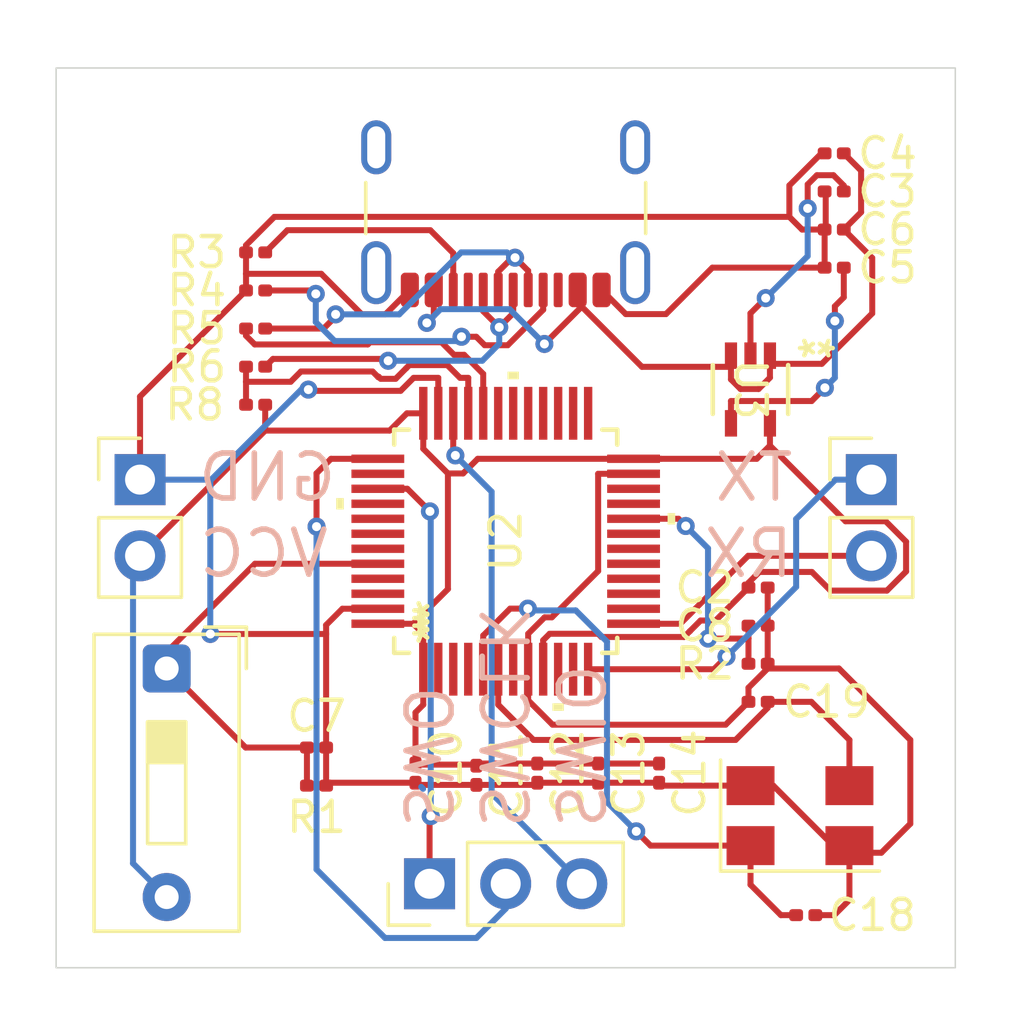
<source format=kicad_pcb>
(kicad_pcb (version 20241229) (generator "pcbnew") (generator_version "9.0")
  (layers (0 "F.Cu" signal) (2 "B.Cu" signal) (13 "F.Paste" user) (15 "B.Paste" user) (5 "F.SilkS" user "F.Silkscreen") (7 "B.SilkS" user "B.Silkscreen") (1 "F.Mask" user) (3 "B.Mask" user) (25 "Edge.Cuts" user))
  (net 0 "")
  (net 1 "+3.3V")
  (net 2 "GND")
  (net 3 "Net-(U3-GND)")
  (net 4 "+5V")
  (net 5 "Net-(U3-BP)")
  (net 6 "BOOT0")
  (net 7 "BOOT1")
  (net 8 "NRST")
  (net 9 "Net-(J2-D--PadA7)")
  (net 10 "/CC1")
  (net 11 "Net-(J2-D+-PadA6)")
  (net 14 "/CC2")
  (net 15 "PA11")
  (net 16 "PA12")
  (net 17 "PA4")
  (net 18 "OSCIN")
  (net 19 "PA7")
  (net 20 "OSCOUT")
  (net 21 "PA3")
  (net 22 "PC14")
  (net 23 "PA8")
  (net 24 "PC15")
  (net 25 "PA1")
  (net 26 "PB3")
  (net 27 "PA6")
  (net 32 "PA13")
  (net 33 "PA14")
  (net 34 "PA15")
  (net 35 "PA5")
  (net 36 "PA10")
  (net 37 "PA9")
  (net 38 "PA2")
  (net 39 "PA0")
  (net 40 "PB15")
  (net 41 "PB13")
  (net 42 "PB14")
  (net 43 "PB0")
  (net 44 "PB5")
  (net 45 "PB1")
  (net 46 "PB4")
  (net 47 "PB7")
  (net 48 "PB9")
  (net 49 "PB11")
  (net 50 "PB10")
  (net 51 "PB12")
  (net 52 "PB6")
  (net 53 "PB8")
  (net 54 "PC13")
  (footprint "Capacitor_SMD:C_0201_0603Metric" (layer "F.Cu") (at 59.118 47.511 -90)
    (property "Reference" "C14" (at 0 -1.016 90) (layer "F.SilkS"))
    (property "Value" "10uF")
    (pad "1" smd roundrect (at -0.32 0 270) (size 0.46 0.4) (layers "F.Cu" "F.Mask") (net 1 "+3.3V"))
    (pad "2" smd roundrect (at 0.32 0 270) (size 0.46 0.4) (layers "F.Cu" "F.Mask") (net 2 "GND"))
  )
  (footprint "Connector_PinHeader_2.54mm:PinHeader_1x03_P2.54mm_Vertical" (layer "F.Cu") (at 51.46 51.2 90)
    (property "Reference" "J5" (hide yes))
    (property "Value" "Conn_01x03")
    (pad "1" thru_hole rect (at 0 0 90) (size 1.7 1.7) (drill 1) (layers "*.Cu" "*.Mask") (net 26 "PB3"))
    (pad "2" thru_hole circle (at 0 2.54 90) (size 1.7 1.7) (drill 1) (layers "*.Cu" "*.Mask") (net 33 "PA14"))
    (pad "3" thru_hole circle (at 0 5.08 90) (size 1.7 1.7) (drill 1) (layers "*.Cu" "*.Mask") (net 32 "PA13"))
  )
  (footprint "Resistor_SMD:R_0201_0603Metric" (layer "F.Cu") (at 45.656 32.688 180)
    (property "Reference" "R5" (at 1.966 0 0) (layer "F.SilkS"))
    (property "Value" "22")
    (pad "1" smd roundrect (at -0.32 0 180) (size 0.46 0.4) (layers "F.Cu" "F.Mask") (net 9 "Net-(J2-D--PadA7)"))
    (pad "2" smd roundrect (at 0.32 0 180) (size 0.46 0.4) (layers "F.Cu" "F.Mask") (net 15 "PA11"))
  )
  (footprint "Capacitor_SMD:C_0201_0603Metric" (layer "F.Cu") (at 57.086 47.511 -90)
    (property "Reference" "C13" (at 0 -1.016 90) (layer "F.SilkS"))
    (property "Value" "100nF")
    (pad "1" smd roundrect (at -0.32 0 270) (size 0.46 0.4) (layers "F.Cu" "F.Mask") (net 1 "+3.3V"))
    (pad "2" smd roundrect (at 0.32 0 270) (size 0.46 0.4) (layers "F.Cu" "F.Mask") (net 2 "GND"))
  )
  (footprint "Capacitor_SMD:C_0201_0603Metric" (layer "F.Cu") (at 62.42 41.324)
    (property "Reference" "C2" (at -1.778 0 0) (layer "F.SilkS"))
    (property "Value" "1uF")
    (pad "1" smd roundrect (at -0.32 0) (size 0.46 0.4) (layers "F.Cu" "F.Mask") (net 1 "+3.3V"))
    (pad "2" smd roundrect (at 0.32 0) (size 0.46 0.4) (layers "F.Cu" "F.Mask") (net 2 "GND"))
  )
  (footprint "Resistor_SMD:R_0201_0603Metric" (layer "F.Cu") (at 45.656 30.148)
    (property "Reference" "R3" (at -1.966 0 0) (layer "F.SilkS"))
    (property "Value" "5K1")
    (pad "1" smd roundrect (at -0.32 0) (size 0.46 0.4) (layers "F.Cu" "F.Mask") (net 2 "GND"))
    (pad "2" smd roundrect (at 0.32 0) (size 0.46 0.4) (layers "F.Cu" "F.Mask") (net 14 "/CC2"))
  )
  (footprint "Capacitor_SMD:C_0201_0603Metric" (layer "F.Cu") (at 47.688 46.658)
    (property "Reference" "C7" (at 0 -1.05 0) (layer "F.SilkS"))
    (property "Value" "100nF")
    (pad "1" smd roundrect (at -0.32 0) (size 0.46 0.4) (layers "F.Cu" "F.Mask") (net 6 "BOOT0"))
    (pad "2" smd roundrect (at 0.32 0) (size 0.46 0.4) (layers "F.Cu" "F.Mask") (net 2 "GND"))
  )
  (footprint "Resistor_SMD:R_0201_0603Metric" (layer "F.Cu") (at 62.42 43.864 180)
    (property "Reference" "R2" (at 1.778 0 0) (layer "F.SilkS"))
    (property "Value" "100k")
    (pad "1" smd roundrect (at -0.32 0 180) (size 0.46 0.4) (layers "F.Cu" "F.Mask") (net 2 "GND"))
    (pad "2" smd roundrect (at 0.32 0 180) (size 0.46 0.4) (layers "F.Cu" "F.Mask") (net 7 "BOOT1"))
  )
  (footprint "Button_Switch_THT:SW_DIP_SPSTx01_Slide_9.78x4.72mm_W7.62mm_P2.54mm" (layer "F.Cu") (at 42.6875 44.0225 -90)
    (property "Reference" "SW2" (hide yes))
    (property "Value" "SW_DIP_x01")
    (pad "1" thru_hole roundrect (at 0 0 270) (size 1.6 1.6) (drill 0.8) (layers "*.Cu" "*.Mask") (roundrect_rratio 0.15625) (net 6 "BOOT0"))
    (pad "2" thru_hole circle (at 7.62 0 270) (size 1.6 1.6) (drill 0.8) (layers "*.Cu" "*.Mask") (net 1 "+3.3V"))
  )
  (footprint "Capacitor_SMD:C_0201_0603Metric" (layer "F.Cu") (at 53.022 47.583 -90)
    (property "Reference" "C11" (at 0 -1.016 90) (layer "F.SilkS"))
    (property "Value" "100nF")
    (pad "1" smd roundrect (at -0.32 0 270) (size 0.46 0.4) (layers "F.Cu" "F.Mask") (net 1 "+3.3V"))
    (pad "2" smd roundrect (at 0.32 0 270) (size 0.46 0.4) (layers "F.Cu" "F.Mask") (net 2 "GND"))
  )
  (footprint "Crystal:Crystal_SMD_5032-4Pin_5.0x3.2mm" (layer "F.Cu") (at 63.818 48.928)
    (property "Reference" "Y1" (hide yes))
    (property "Value" "16MHz")
    (pad "1" smd rect (at -1.65 1) (size 1.6 1.3) (layers "F.Cu" "F.Mask" "F.Paste") (net 18 "OSCIN"))
    (pad "2" smd rect (at 1.65 1) (size 1.6 1.3) (layers "F.Cu" "F.Mask" "F.Paste") (net 2 "GND"))
    (pad "3" smd rect (at 1.65 -1) (size 1.6 1.3) (layers "F.Cu" "F.Mask" "F.Paste") (net 20 "OSCOUT"))
    (pad "4" smd rect (at -1.65 -1) (size 1.6 1.3) (layers "F.Cu" "F.Mask" "F.Paste") (net 2 "GND"))
  )
  (footprint "Connector_USB:USB_C_Receptacle_GCT_USB4105-xx-A_16P_TopMnt_Horizontal" (layer "F.Cu") (at 54 27.72 180)
    (property "Reference" "J2" (hide yes))
    (property "Value" "USB_C_Receptacle_USB2.0_16P")
    (pad "" np_thru_hole circle (at -2.89 -2.605 180) (size 0.65 0.65) (drill 0.65) (layers "*.Cu" "*.Mask"))
    (pad "" np_thru_hole circle (at 2.89 -2.605 180) (size 0.65 0.65) (drill 0.65) (layers "*.Cu" "*.Mask"))
    (pad "A1" smd roundrect (at -3.2 -3.68 180) (size 0.6 1.15) (layers "F.Cu" "F.Mask" "F.Paste") (net 2 "GND"))
    (pad "A4" smd roundrect (at -2.4 -3.68 180) (size 0.6 1.15) (layers "F.Cu" "F.Mask" "F.Paste") (net 4 "+5V"))
    (pad "A5" smd roundrect (at -1.25 -3.68 180) (size 0.3 1.15) (layers "F.Cu" "F.Mask" "F.Paste") (net 10 "/CC1"))
    (pad "A6" smd roundrect (at -0.25 -3.68 180) (size 0.3 1.15) (layers "F.Cu" "F.Mask" "F.Paste") (net 11 "Net-(J2-D+-PadA6)"))
    (pad "A7" smd roundrect (at 0.25 -3.68 180) (size 0.3 1.15) (layers "F.Cu" "F.Mask" "F.Paste") (net 9 "Net-(J2-D--PadA7)"))
    (pad "A8" smd roundrect (at 1.25 -3.68 180) (size 0.3 1.15) (layers "F.Cu" "F.Mask" "F.Paste"))
    (pad "A9" smd roundrect (at 2.4 -3.68 180) (size 0.6 1.15) (layers "F.Cu" "F.Mask" "F.Paste") (net 4 "+5V"))
    (pad "A12" smd roundrect (at 3.2 -3.68 180) (size 0.6 1.15) (layers "F.Cu" "F.Mask" "F.Paste") (net 2 "GND"))
    (pad "B1" smd roundrect (at 3.2 -3.68 180) (size 0.6 1.15) (layers "F.Cu" "F.Mask" "F.Paste") (net 2 "GND"))
    (pad "B4" smd roundrect (at 2.4 -3.68 180) (size 0.6 1.15) (layers "F.Cu" "F.Mask" "F.Paste") (net 4 "+5V"))
    (pad "B5" smd roundrect (at 1.75 -3.68 180) (size 0.3 1.15) (layers "F.Cu" "F.Mask" "F.Paste") (net 14 "/CC2"))
    (pad "B6" smd roundrect (at 0.75 -3.68 180) (size 0.3 1.15) (layers "F.Cu" "F.Mask" "F.Paste") (net 11 "Net-(J2-D+-PadA6)"))
    (pad "B7" smd roundrect (at -0.75 -3.68 180) (size 0.3 1.15) (layers "F.Cu" "F.Mask" "F.Paste") (net 9 "Net-(J2-D--PadA7)"))
    (pad "B8" smd roundrect (at -1.75 -3.68 180) (size 0.3 1.15) (layers "F.Cu" "F.Mask" "F.Paste"))
    (pad "B9" smd roundrect (at -2.4 -3.68 180) (size 0.6 1.15) (layers "F.Cu" "F.Mask" "F.Paste") (net 4 "+5V"))
    (pad "B12" smd roundrect (at -3.2 -3.68 180) (size 0.6 1.15) (layers "F.Cu" "F.Mask" "F.Paste") (net 2 "GND"))
    (pad "S1" thru_hole oval (at -4.32 -3.105 180) (size 1 2.1) (drill oval 0.6 1.7) (property pad_prop_heatsink) (layers "*.Cu" "*.Mask" "F.Paste"))
    (pad "S1" thru_hole oval (at -4.32 1.075 180) (size 1 1.8) (drill oval 0.6 1.4) (property pad_prop_heatsink) (layers "*.Cu" "*.Mask" "F.Paste"))
    (pad "S1" thru_hole oval (at 4.32 -3.105 180) (size 1 2.1) (drill oval 0.6 1.7) (property pad_prop_heatsink) (layers "*.Cu" "*.Mask" "F.Paste"))
    (pad "S1" thru_hole oval (at 4.32 1.075 180) (size 1 1.8) (drill oval 0.6 1.4) (property pad_prop_heatsink) (layers "*.Cu" "*.Mask" "F.Paste"))
  )
  (footprint "Capacitor_SMD:C_0201_0603Metric" (layer "F.Cu") (at 64.96 29.386 180)
    (property "Reference" "C6" (at -1.778 0 0) (layer "F.SilkS"))
    (property "Value" "4.7uF")
    (pad "1" smd roundrect (at -0.32 0 180) (size 0.46 0.4) (layers "F.Cu" "F.Mask") (net 4 "+5V"))
    (pad "2" smd roundrect (at 0.32 0 180) (size 0.46 0.4) (layers "F.Cu" "F.Mask") (net 2 "GND"))
  )
  (footprint "Connector_PinHeader_2.54mm:PinHeader_1x02_P2.54mm_Vertical" (layer "F.Cu") (at 66.2 37.725)
    (property "Reference" "J4" (hide yes))
    (property "Value" "Conn_01x02")
    (pad "1" thru_hole rect (at 0 0) (size 1.7 1.7) (drill 1) (layers "*.Cu" "*.Mask") (net 38 "PA2"))
    (pad "2" thru_hole circle (at 0 2.54) (size 1.7 1.7) (drill 1) (layers "*.Cu" "*.Mask") (net 21 "PA3"))
  )
  (footprint "Capacitor_SMD:C_0201_0603Metric" (layer "F.Cu") (at 64.01 52.246)
    (property "Reference" "C18" (at 2.22 0 0) (layer "F.SilkS"))
    (property "Value" "10pF")
    (pad "1" smd roundrect (at -0.32 0) (size 0.46 0.4) (layers "F.Cu" "F.Mask") (net 18 "OSCIN"))
    (pad "2" smd roundrect (at 0.32 0) (size 0.46 0.4) (layers "F.Cu" "F.Mask") (net 2 "GND"))
  )
  (footprint "Resistor_SMD:R_0201_0603Metric" (layer "F.Cu") (at 45.656 31.418)
    (property "Reference" "R4" (at -1.966 0 0) (layer "F.SilkS"))
    (property "Value" "5K1")
    (pad "1" smd roundrect (at -0.32 0) (size 0.46 0.4) (layers "F.Cu" "F.Mask") (net 2 "GND"))
    (pad "2" smd roundrect (at 0.32 0) (size 0.46 0.4) (layers "F.Cu" "F.Mask") (net 10 "/CC1"))
  )
  (footprint "Resistor_SMD:R_0201_0603Metric" (layer "F.Cu") (at 45.656 33.958)
    (property "Reference" "R6" (at -1.966 0 0) (layer "F.SilkS"))
    (property "Value" "22")
    (pad "1" smd roundrect (at -0.32 0) (size 0.46 0.4) (layers "F.Cu" "F.Mask") (net 16 "PA12"))
    (pad "2" smd roundrect (at 0.32 0) (size 0.46 0.4) (layers "F.Cu" "F.Mask") (net 11 "Net-(J2-D+-PadA6)"))
  )
  (footprint "Capacitor_SMD:C_0201_0603Metric" (layer "F.Cu") (at 50.99 47.511 -90)
    (property "Reference" "C10" (at 0 -1.016 90) (layer "F.SilkS"))
    (property "Value" "100nF")
    (pad "1" smd roundrect (at -0.32 0 270) (size 0.46 0.4) (layers "F.Cu" "F.Mask") (net 1 "+3.3V"))
    (pad "2" smd roundrect (at 0.32 0 270) (size 0.46 0.4) (layers "F.Cu" "F.Mask") (net 2 "GND"))
  )
  (footprint "Capacitor_SMD:C_0201_0603Metric" (layer "F.Cu") (at 62.42 42.594)
    (property "Reference" "C8" (at -1.778 0 0) (layer "F.SilkS"))
    (property "Value" "100nF")
    (pad "1" smd roundrect (at -0.32 0) (size 0.46 0.4) (layers "F.Cu" "F.Mask") (net 7 "BOOT1"))
    (pad "2" smd roundrect (at 0.32 0) (size 0.46 0.4) (layers "F.Cu" "F.Mask") (net 2 "GND"))
  )
  (footprint "ul_RT9193-33PB:SC-70-5_RIT" (layer "F.Cu") (at 62.166 34.72 -90)
    (property "Reference" "U3" (at 0 0 270) (layer "F.SilkS"))
    (property "Value" "RT9193-33PB")
    (fp_text user "*" (at -1.3815 -2.1994 90) (layer "F.SilkS"))
    (fp_text user "*" (at -1.3815 -2.1994 270) (layer "F.SilkS"))
    (pad "1" smd rect (at -1.127501 -0.649999 270) (size 0.883399 0.4064) (layers "F.Cu" "F.Mask" "F.Paste") (net 4 "+5V"))
    (pad "2" smd rect (at -1.127501 0 270) (size 0.883399 0.4064) (layers "F.Cu" "F.Mask" "F.Paste") (net 3 "Net-(U3-GND)"))
    (pad "3" smd rect (at -1.127501 0.649999 270) (size 0.883399 0.4064) (layers "F.Cu" "F.Mask" "F.Paste") (net 4 "+5V"))
    (pad "4" smd rect (at 1.127501 0.649999 270) (size 0.883399 0.4064) (layers "F.Cu" "F.Mask" "F.Paste") (net 5 "Net-(U3-BP)"))
    (pad "5" smd rect (at 1.127501 -0.649999 270) (size 0.883399 0.4064) (layers "F.Cu" "F.Mask" "F.Paste") (net 1 "+3.3V"))
  )
  (footprint "footprints:LQFP48_STM-M" (layer "F.Cu") (at 54 39.78 90)
    (property "Reference" "U2" (at 0 0 90) (layer "F.SilkS"))
    (property "Value" "STM32F103C8T6_STLINK")
    (fp_text user "*" (at -2.306 -2.502 90) (layer "F.SilkS"))
    (fp_text user "*" (at -2.56 -2.502 90) (layer "F.SilkS"))
    (fp_text user "*" (at -2.814 -2.502 90) (layer "F.SilkS"))
    (fp_text user "*" (at -3.068 -2.502 90) (layer "F.SilkS"))
    (pad "1" smd rect (at -4.2664 -2.75 180) (size 0.2794 1.761998) (layers "F.Cu" "F.Mask" "F.Paste") (net 1 "+3.3V"))
    (pad "2" smd rect (at -4.266399 -2.250001 180) (size 0.2794 1.761998) (layers "F.Cu" "F.Mask" "F.Paste") (net 54 "PC13"))
    (pad "3" smd rect (at -4.2664 -1.749999 180) (size 0.2794 1.761998) (layers "F.Cu" "F.Mask" "F.Paste") (net 22 "PC14"))
    (pad "4" smd rect (at -4.2664 -1.25 180) (size 0.2794 1.761998) (layers "F.Cu" "F.Mask" "F.Paste") (net 24 "PC15"))
    (pad "5" smd rect (at -4.2664 -0.750001 180) (size 0.2794 1.761998) (layers "F.Cu" "F.Mask" "F.Paste") (net 18 "OSCIN"))
    (pad "6" smd rect (at -4.2664 -0.25 180) (size 0.2794 1.761998) (layers "F.Cu" "F.Mask" "F.Paste") (net 20 "OSCOUT"))
    (pad "7" smd rect (at -4.2664 0.25 180) (size 0.2794 1.761998) (layers "F.Cu" "F.Mask" "F.Paste") (net 8 "NRST"))
    (pad "8" smd rect (at -4.2664 0.750001 180) (size 0.2794 1.761998) (layers "F.Cu" "F.Mask" "F.Paste") (net 2 "GND"))
    (pad "9" smd rect (at -4.2664 1.25 180) (size 0.2794 1.761998) (layers "F.Cu" "F.Mask" "F.Paste") (net 1 "+3.3V"))
    (pad "10" smd rect (at -4.2664 1.749999 180) (size 0.2794 1.761998) (layers "F.Cu" "F.Mask" "F.Paste") (net 39 "PA0"))
    (pad "11" smd rect (at -4.266399 2.250001 180) (size 0.2794 1.761998) (layers "F.Cu" "F.Mask" "F.Paste") (net 25 "PA1"))
    (pad "12" smd rect (at -4.2664 2.75 180) (size 0.2794 1.761998) (layers "F.Cu" "F.Mask" "F.Paste") (net 38 "PA2"))
    (pad "13" smd rect (at -2.75 4.2664 90) (size 0.2794 1.761998) (layers "F.Cu" "F.Mask" "F.Paste") (net 21 "PA3"))
    (pad "14" smd rect (at -2.250001 4.266399 90) (size 0.2794 1.761998) (layers "F.Cu" "F.Mask" "F.Paste") (net 17 "PA4"))
    (pad "15" smd rect (at -1.749999 4.2664 90) (size 0.2794 1.761998) (layers "F.Cu" "F.Mask" "F.Paste") (net 35 "PA5"))
    (pad "16" smd rect (at -1.25 4.2664 90) (size 0.2794 1.761998) (layers "F.Cu" "F.Mask" "F.Paste") (net 27 "PA6"))
    (pad "17" smd rect (at -0.750001 4.2664 90) (size 0.2794 1.761998) (layers "F.Cu" "F.Mask" "F.Paste") (net 19 "PA7"))
    (pad "18" smd rect (at -0.25 4.2664 90) (size 0.2794 1.761998) (layers "F.Cu" "F.Mask" "F.Paste") (net 43 "PB0"))
    (pad "19" smd rect (at 0.25 4.2664 90) (size 0.2794 1.761998) (layers "F.Cu" "F.Mask" "F.Paste") (net 45 "PB1"))
    (pad "20" smd rect (at 0.750001 4.2664 90) (size 0.2794 1.761998) (layers "F.Cu" "F.Mask" "F.Paste") (net 7 "BOOT1"))
    (pad "21" smd rect (at 1.25 4.2664 90) (size 0.2794 1.761998) (layers "F.Cu" "F.Mask" "F.Paste") (net 50 "PB10"))
    (pad "22" smd rect (at 1.749999 4.2664 90) (size 0.2794 1.761998) (layers "F.Cu" "F.Mask" "F.Paste") (net 49 "PB11"))
    (pad "23" smd rect (at 2.250001 4.266399 90) (size 0.2794 1.761998) (layers "F.Cu" "F.Mask" "F.Paste") (net 2 "GND"))
    (pad "24" smd rect (at 2.75 4.2664 90) (size 0.2794 1.761998) (layers "F.Cu" "F.Mask" "F.Paste") (net 1 "+3.3V"))
    (pad "25" smd rect (at 4.2664 2.75 180) (size 0.2794 1.761998) (layers "F.Cu" "F.Mask" "F.Paste") (net 51 "PB12"))
    (pad "26" smd rect (at 4.266399 2.250001 180) (size 0.2794 1.761998) (layers "F.Cu" "F.Mask" "F.Paste") (net 41 "PB13"))
    (pad "27" smd rect (at 4.2664 1.749999 180) (size 0.2794 1.761998) (layers "F.Cu" "F.Mask" "F.Paste") (net 42 "PB14"))
    (pad "28" smd rect (at 4.2664 1.25 180) (size 0.2794 1.761998) (layers "F.Cu" "F.Mask" "F.Paste") (net 40 "PB15"))
    (pad "29" smd rect (at 4.2664 0.750001 180) (size 0.2794 1.761998) (layers "F.Cu" "F.Mask" "F.Paste") (net 23 "PA8"))
    (pad "30" smd rect (at 4.2664 0.25 180) (size 0.2794 1.761998) (layers "F.Cu" "F.Mask" "F.Paste") (net 37 "PA9"))
    (pad "31" smd rect (at 4.2664 -0.25 180) (size 0.2794 1.761998) (layers "F.Cu" "F.Mask" "F.Paste") (net 36 "PA10"))
    (pad "32" smd rect (at 4.2664 -0.750001 180) (size 0.2794 1.761998) (layers "F.Cu" "F.Mask" "F.Paste") (net 15 "PA11"))
    (pad "33" smd rect (at 4.2664 -1.25 180) (size 0.2794 1.761998) (layers "F.Cu" "F.Mask" "F.Paste") (net 16 "PA12"))
    (pad "34" smd rect (at 4.2664 -1.749999 180) (size 0.2794 1.761998) (layers "F.Cu" "F.Mask" "F.Paste") (net 32 "PA13"))
    (pad "35" smd rect (at 4.266399 -2.250001 180) (size 0.2794 1.761998) (layers "F.Cu" "F.Mask" "F.Paste") (net 2 "GND"))
    (pad "36" smd rect (at 4.2664 -2.75 180) (size 0.2794 1.761998) (layers "F.Cu" "F.Mask" "F.Paste") (net 1 "+3.3V"))
    (pad "37" smd rect (at 2.75 -4.2664 90) (size 0.2794 1.761998) (layers "F.Cu" "F.Mask" "F.Paste") (net 33 "PA14"))
    (pad "38" smd rect (at 2.250001 -4.266399 90) (size 0.2794 1.761998) (layers "F.Cu" "F.Mask" "F.Paste") (net 34 "PA15"))
    (pad "39" smd rect (at 1.749999 -4.2664 90) (size 0.2794 1.761998) (layers "F.Cu" "F.Mask" "F.Paste") (net 26 "PB3"))
    (pad "40" smd rect (at 1.25 -4.2664 90) (size 0.2794 1.761998) (layers "F.Cu" "F.Mask" "F.Paste") (net 46 "PB4"))
    (pad "41" smd rect (at 0.750001 -4.2664 90) (size 0.2794 1.761998) (layers "F.Cu" "F.Mask" "F.Paste") (net 44 "PB5"))
    (pad "42" smd rect (at 0.25 -4.2664 90) (size 0.2794 1.761998) (layers "F.Cu" "F.Mask" "F.Paste") (net 52 "PB6"))
    (pad "43" smd rect (at -0.25 -4.2664 90) (size 0.2794 1.761998) (layers "F.Cu" "F.Mask" "F.Paste") (net 47 "PB7"))
    (pad "44" smd rect (at -0.750001 -4.2664 90) (size 0.2794 1.761998) (layers "F.Cu" "F.Mask" "F.Paste") (net 6 "BOOT0"))
    (pad "45" smd rect (at -1.25 -4.2664 90) (size 0.2794 1.761998) (layers "F.Cu" "F.Mask" "F.Paste") (net 53 "PB8"))
    (pad "46" smd rect (at -1.749999 -4.2664 90) (size 0.2794 1.761998) (layers "F.Cu" "F.Mask" "F.Paste") (net 48 "PB9"))
    (pad "47" smd rect (at -2.250001 -4.266399 90) (size 0.2794 1.761998) (layers "F.Cu" "F.Mask" "F.Paste") (net 2 "GND"))
    (pad "48" smd rect (at -2.75 -4.2664 90) (size 0.2794 1.761998) (layers "F.Cu" "F.Mask" "F.Paste") (net 1 "+3.3V"))
  )
  (footprint "Capacitor_SMD:C_0201_0603Metric" (layer "F.Cu") (at 62.42 45.134 180)
    (property "Reference" "C19" (at -2.286 0 0) (layer "F.SilkS"))
    (property "Value" "10pF")
    (pad "1" smd roundrect (at -0.32 0 180) (size 0.46 0.4) (layers "F.Cu" "F.Mask") (net 20 "OSCOUT"))
    (pad "2" smd roundrect (at 0.32 0 180) (size 0.46 0.4) (layers "F.Cu" "F.Mask") (net 2 "GND"))
  )
  (footprint "Capacitor_SMD:C_0201_0603Metric" (layer "F.Cu") (at 64.96 26.846 180)
    (property "Reference" "C4" (at -1.778 0 0) (layer "F.SilkS"))
    (property "Value" "1uF")
    (pad "1" smd roundrect (at -0.32 0 180) (size 0.46 0.4) (layers "F.Cu" "F.Mask") (net 4 "+5V"))
    (pad "2" smd roundrect (at 0.32 0 180) (size 0.46 0.4) (layers "F.Cu" "F.Mask") (net 2 "GND"))
  )
  (footprint "Capacitor_SMD:C_0201_0603Metric" (layer "F.Cu") (at 64.96 30.656 180)
    (property "Reference" "C5" (at -1.778 0 0) (layer "F.SilkS"))
    (property "Value" "1uF")
    (pad "1" smd roundrect (at -0.32 0 180) (size 0.46 0.4) (layers "F.Cu" "F.Mask") (net 5 "Net-(U3-BP)"))
    (pad "2" smd roundrect (at 0.32 0 180) (size 0.46 0.4) (layers "F.Cu" "F.Mask") (net 2 "GND"))
  )
  (footprint "Resistor_SMD:R_0201_0603Metric" (layer "F.Cu") (at 45.656 35.228 180)
    (property "Reference" "R8" (at 2.032 0 0) (layer "F.SilkS"))
    (property "Value" "1k5")
    (pad "1" smd roundrect (at -0.32 0 180) (size 0.46 0.4) (layers "F.Cu" "F.Mask") (net 1 "+3.3V"))
    (pad "2" smd roundrect (at 0.32 0 180) (size 0.46 0.4) (layers "F.Cu" "F.Mask") (net 16 "PA12"))
  )
  (footprint "Connector_PinHeader_2.54mm:PinHeader_1x02_P2.54mm_Vertical" (layer "F.Cu") (at 41.8 37.725)
    (property "Reference" "J3" (hide yes))
    (property "Value" "Conn_01x02")
    (pad "1" thru_hole rect (at 0 0) (size 1.7 1.7) (drill 1) (layers "*.Cu" "*.Mask") (net 2 "GND"))
    (pad "2" thru_hole circle (at 0 2.54) (size 1.7 1.7) (drill 1) (layers "*.Cu" "*.Mask") (net 1 "+3.3V"))
  )
  (footprint "Capacitor_SMD:C_0201_0603Metric" (layer "F.Cu") (at 55.054 47.511 -90)
    (property "Reference" "C12" (at 0 -1.016 90) (layer "F.SilkS"))
    (property "Value" "100nF")
    (pad "1" smd roundrect (at -0.32 0 270) (size 0.46 0.4) (layers "F.Cu" "F.Mask") (net 1 "+3.3V"))
    (pad "2" smd roundrect (at 0.32 0 270) (size 0.46 0.4) (layers "F.Cu" "F.Mask") (net 2 "GND"))
  )
  (footprint "Capacitor_SMD:C_0201_0603Metric" (layer "F.Cu") (at 64.96 28.116 180)
    (property "Reference" "C3" (at -1.778 0 0) (layer "F.SilkS"))
    (property "Value" "1uF")
    (pad "1" smd roundrect (at -0.32 0 180) (size 0.46 0.4) (layers "F.Cu" "F.Mask") (net 3 "Net-(U3-GND)"))
    (pad "2" smd roundrect (at 0.32 0 180) (size 0.46 0.4) (layers "F.Cu" "F.Mask") (net 2 "GND"))
  )
  (footprint "Resistor_SMD:R_0201_0603Metric" (layer "F.Cu") (at 47.688 47.928 180)
    (property "Reference" "R1" (at 0 -1.05 0) (layer "F.SilkS"))
    (property "Value" "100k")
    (pad "1" smd roundrect (at -0.32 0 180) (size 0.46 0.4) (layers "F.Cu" "F.Mask") (net 2 "GND"))
    (pad "2" smd roundrect (at 0.32 0 180) (size 0.46 0.4) (layers "F.Cu" "F.Mask") (net 6 "BOOT0"))
  )
  (gr_rect (start 39 24) (end 69 54) (stroke (width 0.05)) (fill no) (layer "Edge.Cuts"))
  (gr_text "RX" (at 63.69 41.07 0) (layer "B.SilkS") (effects (font (size 1.5 1.5) (thickness 0.1875)) (justify left bottom mirror)))
  (gr_text "SWCLK" (at 53.022 49.452 270) (layer "B.SilkS") (effects (font (size 1.5 1.5) (thickness 0.1875)) (justify left bottom mirror)))
  (gr_text "SWIO" (at 55.562 49.452 270) (layer "B.SilkS") (effects (font (size 1.5 1.5) (thickness 0.1875)) (justify left bottom mirror)))
  (gr_text "GND" (at 48.45 38.53 0) (layer "B.SilkS") (effects (font (size 1.5 1.5) (thickness 0.1875)) (justify left bottom mirror)))
  (gr_text "TX" (at 63.69 38.53 0) (layer "B.SilkS") (effects (font (size 1.5 1.5) (thickness 0.1875)) (justify left bottom mirror)))
  (gr_text "SWO" (at 50.482 49.452 270) (layer "B.SilkS") (effects (font (size 1.5 1.5) (thickness 0.1875)) (justify left bottom mirror)))
  (gr_text "VCC" (at 48.196 41.07 0) (layer "B.SilkS") (effects (font (size 1.5 1.5) (thickness 0.1875)) (justify left bottom mirror)))
  (segment (start 67.3576 39.7936) (end 67.3576 40.7868) (width 0.2) (layer "F.Cu") (net 1))
  (segment (start 45.976 36.089) (end 50.129 36.089) (width 0.2) (layer "F.Cu") (net 1))
  (segment (start 59.1873 37.03) (end 62.3769 37.03) (width 0.2) (layer "F.Cu") (net 1))
  (segment (start 57.1916 42.9716) (end 57.0837 42.8637) (width 0.2) (layer "F.Cu") (net 1))
  (segment (start 60.5005 42.4224) (end 60.1479 42.775) (width 0.2) (layer "F.Cu") (net 1))
  (segment (start 58.7269 37.03) (end 59.1873 37.03) (width 0.2) (layer "F.Cu") (net 1))
  (segment (start 58.7269 37.03) (end 58.2664 37.03) (width 0.2) (layer "F.Cu") (net 1))
  (segment (start 51.25 44.0464) (end 51.25 45.2291) (width 0.2) (layer "F.Cu") (net 1))
  (segment (start 45.976 36.089) (end 41.8 40.265) (width 0.2) (layer "F.Cu") (net 1))
  (segment (start 50.9163 42.53) (end 49.7336 42.53) (width 0.2) (layer "F.Cu") (net 1))
  (segment (start 51.25 36.6963) (end 52.0722 37.5185) (width 0.2) (layer "F.Cu") (net 1))
  (segment (start 66.6773 39.1133) (end 67.3576 39.7936) (width 0.2) (layer "F.Cu") (net 1))
  (segment (start 62.816 36.5909) (end 65.3384 39.1133) (width 0.2) (layer "F.Cu") (net 1))
  (segment (start 57.0837 42.8637) (end 55.4665 42.8637) (width 0.2) (layer "F.Cu") (net 1))
  (segment (start 60.1479 42.775) (end 60.1479 42.7751) (width 0.2) (layer "F.Cu") (net 1))
  (segment (start 52.0722 41.3741) (end 52.0722 37.5185) (width 0.2) (layer "F.Cu") (net 1))
  (segment (start 51.25 45.2291) (end 50.99 45.4891) (width 0.2) (layer "F.Cu") (net 1))
  (segment (start 45.976 35.228) (end 45.976 36.089) (width 0.2) (layer "F.Cu") (net 1))
  (segment (start 53.058 47.191) (end 53.022 47.227) (width 0.2) (layer "F.Cu") (net 1))
  (segment (start 53.0669 37.03) (end 58.2664 37.03) (width 0.2) (layer "F.Cu") (net 1))
  (segment (start 50.7044 35.5136) (end 51.25 35.5136) (width 0.2) (layer "F.Cu") (net 1))
  (segment (start 64.8368 41.4242) (end 64.2162 40.8036) (width 0.2) (layer "F.Cu") (net 1))
  (segment (start 62.4617 40.8036) (end 62.1 41.1653) (width 0.2) (layer "F.Cu") (net 1))
  (segment (start 62.816 35.8475) (end 62.816 36.5909) (width 0.2) (layer "F.Cu") (net 1))
  (segment (start 55.054 47.191) (end 57.086 47.191) (width 0.2) (layer "F.Cu") (net 1))
  (segment (start 66.7202 41.4242) (end 64.8368 41.4242) (width 0.2) (layer "F.Cu") (net 1))
  (segment (start 67.3576 40.7868) (end 66.7202 41.4242) (width 0.2) (layer "F.Cu") (net 1))
  (segment (start 52.0722 37.5185) (end 52.5784 37.5185) (width 0.2) (layer "F.Cu") (net 1))
  (segment (start 51.25 35.5136) (end 51.25 36.6963) (width 0.2) (layer "F.Cu") (net 1))
  (segment (start 59.9514 42.9716) (end 57.1916 42.9716) (width 0.2) (layer "F.Cu") (net 1))
  (segment (start 51.25 44.0464) (end 51.25 42.8637) (width 0.2) (layer "F.Cu") (net 1))
  (segment (start 51.25 42.8637) (end 50.9163 42.53) (width 0.2) (layer "F.Cu") (net 1))
  (segment (start 62.1 41.324) (end 61.0016 42.4224) (width 0.2) (layer "F.Cu") (net 1))
  (segment (start 53.022 47.227) (end 51.026 47.227) (width 0.2) (layer "F.Cu") (net 1))
  (segment (start 55.054 47.191) (end 53.058 47.191) (width 0.2) (layer "F.Cu") (net 1))
  (segment (start 62.3769 37.03) (end 62.816 36.5909) (width 0.2) (layer "F.Cu") (net 1))
  (segment (start 62.1 41.1653) (end 62.1 41.324) (width 0.2) (layer "F.Cu") (net 1))
  (segment (start 50.129 36.089) (end 50.7044 35.5136) (width 0.2) (layer "F.Cu") (net 1))
  (segment (start 65.3384 39.1133) (end 66.6773 39.1133) (width 0.2) (layer "F.Cu") (net 1))
  (segment (start 61.0016 42.4224) (end 60.5005 42.4224) (width 0.2) (layer "F.Cu") (net 1))
  (segment (start 64.2162 40.8036) (end 62.4617 40.8036) (width 0.2) (layer "F.Cu") (net 1))
  (segment (start 52.5784 37.5185) (end 53.0669 37.03) (width 0.2) (layer "F.Cu") (net 1))
  (segment (start 53.022 47.227) (end 53.022 47.263) (width 0.2) (layer "F.Cu") (net 1))
  (segment (start 55.4665 42.8637) (end 55.25 43.0802) (width 0.2) (layer "F.Cu") (net 1))
  (segment (start 55.25 43.0802) (end 55.25 44.0464) (width 0.2) (layer "F.Cu") (net 1))
  (segment (start 60.1479 42.7751) (end 59.9514 42.9716) (width 0.2) (layer "F.Cu") (net 1))
  (segment (start 50.99 45.4891) (end 50.99 47.191) (width 0.2) (layer "F.Cu") (net 1))
  (segment (start 51.026 47.227) (end 50.99 47.191) (width 0.2) (layer "F.Cu") (net 1))
  (segment (start 50.9163 42.53) (end 52.0722 41.3741) (width 0.2) (layer "F.Cu") (net 1))
  (segment (start 59.118 47.191) (end 57.086 47.191) (width 0.2) (layer "F.Cu") (net 1))
  (segment (start 41.8 40.265) (end 41.5658 40.4992) (width 0.2) (layer "B.Cu") (net 1))
  (segment (start 41.5658 40.4992) (end 41.5658 50.5208) (width 0.2) (layer "B.Cu") (net 1))
  (segment (start 41.5658 50.5208) (end 42.6875 51.6425) (width 0.2) (layer "B.Cu") (net 1))
  (segment (start 47.457 34.7646) (end 50.4937 34.7646) (width 0.2) (layer "F.Cu") (net 2))
  (segment (start 59.3468 32.2052) (end 58.0052 32.2052) (width 0.2) (layer "F.Cu") (net 2))
  (segment (start 62.74 44.0227) (end 62.1 44.6627) (width 0.2) (layer "F.Cu") (net 2))
  (segment (start 60.896 30.656) (end 59.3468 32.2052) (width 0.2) (layer "F.Cu") (net 2))
  (segment (start 54.75 44.6377) (end 54.75 44.0464) (width 0.2) (layer "F.Cu") (net 2))
  (segment (start 65.468 50.1659) (end 65.468 50.4038) (width 0.2) (layer "F.Cu") (net 2))
  (segment (start 48.008 42.5729) (end 48.5509 42.03) (width 0.2) (layer "F.Cu") (net 2))
  (segment (start 41.8 37.725) (end 41.8 34.954) (width 0.2) (layer "F.Cu") (net 2))
  (segment (start 64.64 30.656) (end 64.64 29.386) (width 0.2) (layer "F.Cu") (net 2))
  (segment (start 45.336 31.418) (end 45.336 30.8624) (width 0.2) (layer "F.Cu") (net 2))
  (segment (start 49.1923 32.2095) (end 47.8452 30.8624) (width 0.2) (layer "F.Cu") (net 2))
  (segment (start 47.4157 34.7233) (end 47.457 34.7646) (width 0.2) (layer "F.Cu") (net 2))
  (segment (start 59.215 47.928) (end 59.118 47.831) (width 0.2) (layer "F.Cu") (net 2))
  (segment (start 62.928 47.928) (end 64.928 49.928) (width 0.2) (layer "F.Cu") (net 2))
  (segment (start 64.6765 28.1525) (end 64.64 28.116) (width 0.2) (layer "F.Cu") (net 2))
  (segment (start 57.0837 37.53) (end 57.0837 40.7723) (width 0.2) (layer "F.Cu") (net 2))
  (segment (start 54.75 44.0464) (end 54.75 42.8637) (width 0.2) (layer "F.Cu") (net 2))
  (segment (start 50.9274 34.3309) (end 51.75 34.3309) (width 0.2) (layer "F.Cu") (net 2))
  (segment (start 48.008 47.831) (end 48.008 47.928) (width 0.2) (layer "F.Cu") (net 2))
  (segment (start 64.96 52.246) (end 65.468 51.738) (width 0.2) (layer "F.Cu") (net 2))
  (segment (start 45.336 29.9095) (end 45.336 30.148) (width 0.2) (layer "F.Cu") (net 2))
  (segment (start 63.4644 28.9637) (end 46.2818 28.9637) (width 0.2) (layer "F.Cu") (net 2))
  (segment (start 64.64 30.656) (end 60.896 30.656) (width 0.2) (layer "F.Cu") (net 2))
  (segment (start 55.5401 42.3159) (end 55.2978 42.3159) (width 0.2) (layer "F.Cu") (net 2))
  (segment (start 66.5321 50.1659) (end 67.5 49.198) (width 0.2) (layer "F.Cu") (net 2))
  (segment (start 62.74 42.594) (end 62.74 43.864) (width 0.2) (layer "F.Cu") (net 2))
  (segment (start 48.008 47.831) (end 50.99 47.831) (width 0.2) (layer "F.Cu") (net 2))
  (segment (start 54.982 47.903) (end 55.054 47.831) (width 0.2) (layer "F.Cu") (net 2))
  (segment (start 50.4937 34.7646) (end 50.9274 34.3309) (width 0.2) (layer "F.Cu") (net 2))
  (segment (start 62.74 41.324) (end 62.74 42.594) (width 0.2) (layer "F.Cu") (net 2))
  (segment (start 67.5 46.404) (end 65.1187 44.0227) (width 0.2) (layer "F.Cu") (net 2))
  (segment (start 64.33 52.246) (end 64.96 52.246) (width 0.2) (layer "F.Cu") (net 2))
  (segment (start 65.468 50.1659) (end 66.5321 50.1659) (width 0.2) (layer "F.Cu") (net 2))
  (segment (start 50.8 31.4) (end 49.9905 32.2095) (width 0.2) (layer "F.Cu") (net 2))
  (segment (start 58.2664 37.53) (end 57.0837 37.53) (width 0.2) (layer "F.Cu") (net 2))
  (segment (start 65.468 49.928) (end 65.468 50.1659) (width 0.2) (layer "F.Cu") (net 2))
  (segment (start 64.928 49.928) (end 65.468 49.928) (width 0.2) (layer "F.Cu") (net 2))
  (segment (start 51.062 47.903) (end 53.022 47.903) (width 0.2) (layer "F.Cu") (net 2))
  (segment (start 62.1 45.134) (end 61.338 45.896) (width 0.2) (layer "F.Cu") (net 2))
  (segment (start 62.168 47.928) (end 59.215 47.928) (width 0.2) (layer "F.Cu") (net 2))
  (segment (start 55.054 47.831) (end 57.086 47.831) (width 0.2) (layer "F.Cu") (net 2))
  (segment (start 48.008 42.8714) (end 48.008 42.5729) (width 0.2) (layer "F.Cu") (net 2))
  (segment (start 51.75 35.5136) (end 51.75 34.3309) (width 0.2) (layer "F.Cu") (net 2))
  (segment (start 65.468 51.738) (end 65.468 49.928) (width 0.2) (layer "F.Cu") (net 2))
  (segment (start 53.022 47.903) (end 54.982 47.903) (width 0.2) (layer "F.Cu") (net 2))
  (segment (start 64.64 29.386) (end 63.8867 29.386) (width 0.2) (layer "F.Cu") (net 2))
  (segment (start 54.750001 45.084001) (end 54.750001 44.0464) (width 0.2) (layer "F.Cu") (net 2))
  (segment (start 49.7336 42.03) (end 48.5509 42.03) (width 0.2) (layer "F.Cu") (net 2))
  (segment (start 64.6765 29.3495) (end 64.6765 28.1525) (width 0.2) (layer "F.Cu") (net 2))
  (segment (start 41.8 34.954) (end 45.336 31.418) (width 0.2) (layer "F.Cu") (net 2))
  (segment (start 57.0837 40.7723) (end 55.5401 42.3159) (width 0.2) (layer "F.Cu") (net 2))
  (segment (start 62.168 47.928) (end 62.928 47.928) (width 0.2) (layer "F.Cu") (net 2))
  (segment (start 46.2818 28.9637) (end 45.336 29.9095) (width 0.2) (layer "F.Cu") (net 2))
  (segment (start 48.008 46.658) (end 48.008 47.831) (width 0.2) (layer "F.Cu") (net 2))
  (segment (start 61.338 45.896) (end 55.562 45.896) (width 0.2) (layer "F.Cu") (net 2))
  (segment (start 49.9905 32.2095) (end 49.1923 32.2095) (width 0.2) (layer "F.Cu") (net 2))
  (segment (start 62.74 43.864) (end 62.74 44.0227) (width 0.2) (layer "F.Cu") (net 2))
  (segment (start 59.118 47.831) (end 57.086 47.831) (width 0.2) (layer "F.Cu") (net 2))
  (segment (start 63.4644 27.9155) (end 64.5339 26.846) (width 0.2) (layer "F.Cu") (net 2))
  (segment (start 48.008 42.8714) (end 44.1444 42.8714) (width 0.2) (layer "F.Cu") (net 2))
  (segment (start 45.336 30.8624) (end 45.336 30.148) (width 0.2) (layer "F.Cu") (net 2))
  (segment (start 63.4644 28.9637) (end 63.4644 27.9155) (width 0.2) (layer "F.Cu") (net 2))
  (segment (start 63.8867 29.386) (end 63.4644 28.9637) (width 0.2) (layer "F.Cu") (net 2))
  (segment (start 64.5339 26.846) (end 64.64 26.846) (width 0.2) (layer "F.Cu") (net 2))
  (segment (start 50.99 47.831) (end 51.062 47.903) (width 0.2) (layer "F.Cu") (net 2))
  (segment (start 55.562 45.896) (end 54.750001 45.084001) (width 0.2) (layer "F.Cu") (net 2))
  (segment (start 55.2978 42.3159) (end 54.75 42.8637) (width 0.2) (layer "F.Cu") (net 2))
  (segment (start 47.8452 30.8624) (end 45.336 30.8624) (width 0.2) (layer "F.Cu") (net 2))
  (segment (start 64.64 29.386) (end 64.6765 29.3495) (width 0.2) (layer "F.Cu") (net 2))
  (segment (start 62.1 44.6627) (end 62.1 45.134) (width 0.2) (layer "F.Cu") (net 2))
  (segment (start 58.0052 32.2052) (end 57.2 31.4) (width 0.2) (layer "F.Cu") (net 2))
  (segment (start 67.5 49.198) (end 67.5 46.404) (width 0.2) (layer "F.Cu") (net 2))
  (segment (start 65.1187 44.0227) (end 62.74 44.0227) (width 0.2) (layer "F.Cu") (net 2))
  (segment (start 48.008 46.658) (end 48.008 42.8714) (width 0.2) (layer "F.Cu") (net 2))
  (via (at 44.1444 42.8714) (size 0.6) (drill 0.3) (layers "F.Cu" "B.Cu") (net 2))
  (via (at 47.4157 34.7233) (size 0.6) (drill 0.3) (layers "F.Cu" "B.Cu") (net 2))
  (segment (start 44.089 37.725) (end 44.132 37.768) (width 0.2) (layer "B.Cu") (net 2))
  (segment (start 47.1767 34.7233) (end 44.132 37.768) (width 0.2) (layer "B.Cu") (net 2))
  (segment (start 41.8 37.725) (end 44.089 37.725) (width 0.2) (layer "B.Cu") (net 2))
  (segment (start 47.4157 34.7233) (end 47.1767 34.7233) (width 0.2) (layer "B.Cu") (net 2))
  (segment (start 44.1444 37.7804) (end 44.1444 42.8714) (width 0.2) (layer "B.Cu") (net 2))
  (segment (start 44.132 37.768) (end 44.1444 37.7804) (width 0.2) (layer "B.Cu") (net 2))
  (segment (start 62.674 31.672) (end 62.166 32.18) (width 0.2) (layer "F.Cu") (net 3))
  (segment (start 64.3829 27.5742) (end 64.9332 27.5742) (width 0.2) (layer "F.Cu") (net 3))
  (segment (start 62.166 32.18) (end 62.166 33.5925) (width 0.2) (layer "F.Cu") (net 3))
  (segment (start 64.0748 28.6803) (end 64.0748 27.8823) (width 0.2) (layer "F.Cu") (net 3))
  (segment (start 64.9332 27.5742) (end 65.28 27.921) (width 0.2) (layer "F.Cu") (net 3))
  (segment (start 65.28 27.921) (end 65.28 28.116) (width 0.2) (layer "F.Cu") (net 3))
  (segment (start 64.0748 27.8823) (end 64.3829 27.5742) (width 0.2) (layer "F.Cu") (net 3))
  (via (at 62.674 31.672) (size 0.6) (drill 0.3) (layers "F.Cu" "B.Cu") (net 3))
  (via (at 64.0748 28.6803) (size 0.6) (drill 0.3) (layers "F.Cu" "B.Cu") (net 3))
  (segment (start 64.0748 30.2712) (end 64.0748 28.6803) (width 0.2) (layer "B.Cu") (net 3))
  (segment (start 62.674 31.672) (end 64.0748 30.2712) (width 0.2) (layer "B.Cu") (net 3))
  (segment (start 61.516 33.9642) (end 58.5444 33.9642) (width 0.2) (layer "F.Cu") (net 4))
  (segment (start 66.23 32.18) (end 66.23 30.336) (width 0.2) (layer "F.Cu") (net 4))
  (segment (start 58.5444 33.9642) (end 56.5362 31.956) (width 0.2) (layer "F.Cu") (net 4))
  (segment (start 66.23 30.336) (end 65.28 29.386) (width 0.2) (layer "F.Cu") (net 4))
  (segment (start 65.857 28.809) (end 65.28 29.386) (width 0.2) (layer "F.Cu") (net 4))
  (segment (start 61.516001 33.592499) (end 61.516001 34.3837) (width 0.2) (layer "F.Cu") (net 4))
  (segment (start 65.857 27.423) (end 65.857 28.809) (width 0.2) (layer "F.Cu") (net 4))
  (segment (start 61.516001 34.3837) (end 61.835401 34.7031) (width 0.2) (layer "F.Cu") (net 4))
  (segment (start 51.6 31.4) (end 51.6 32.2674) (width 0.2) (layer "F.Cu") (net 4))
  (segment (start 65.28 26.846) (end 65.857 27.423) (width 0.2) (layer "F.Cu") (net 4))
  (segment (start 64.5467 33.8633) (end 66.23 32.18) (width 0.2) (layer "F.Cu") (net 4))
  (segment (start 56.4 31.8198) (end 56.4 31.4) (width 0.2) (layer "F.Cu") (net 4))
  (segment (start 55.2908 33.2014) (end 56.5362 31.956) (width 0.2) (layer "F.Cu") (net 4))
  (segment (start 51.6 32.2674) (end 51.3685 32.4989) (width 0.2) (layer "F.Cu") (net 4))
  (segment (start 62.816 33.5925) (end 62.816 33.8633) (width 0.2) (layer "F.Cu") (net 4))
  (segment (start 56.5362 31.956) (end 56.4 31.8198) (width 0.2) (layer "F.Cu") (net 4))
  (segment (start 62.4369 34.7031) (end 62.815999 34.324001) (width 0.2) (layer "F.Cu") (net 4))
  (segment (start 62.816 33.8633) (end 64.5467 33.8633) (width 0.2) (layer "F.Cu") (net 4))
  (segment (start 61.835401 34.7031) (end 62.4369 34.7031) (width 0.2) (layer "F.Cu") (net 4))
  (segment (start 61.516 33.5925) (end 61.516 33.9642) (width 0.2) (layer "F.Cu") (net 4))
  (segment (start 62.815999 34.324001) (end 62.815999 33.592499) (width 0.2) (layer "F.Cu") (net 4))
  (via (at 55.2908 33.2014) (size 0.6) (drill 0.3) (layers "F.Cu" "B.Cu") (net 4))
  (via (at 51.3685 32.4989) (size 0.6) (drill 0.3) (layers "F.Cu" "B.Cu") (net 4))
  (segment (start 55.2908 33.2014) (end 54.1302 32.0408) (width 0.2) (layer "B.Cu") (net 4))
  (segment (start 54.1302 32.0408) (end 51.8266 32.0408) (width 0.2) (layer "B.Cu") (net 4))
  (segment (start 51.8266 32.0408) (end 51.3685 32.4989) (width 0.2) (layer "B.Cu") (net 4))
  (segment (start 64.9823 31.9442) (end 65.28 31.6465) (width 0.2) (layer "F.Cu") (net 5))
  (segment (start 61.516 35.1041) (end 61.516 35.8475) (width 0.2) (layer "F.Cu") (net 5))
  (segment (start 64.2082 35.1041) (end 61.516 35.1041) (width 0.2) (layer "F.Cu") (net 5))
  (segment (start 64.64915 34.66315) (end 64.2082 35.1041) (width 0.2) (layer "F.Cu") (net 5))
  (segment (start 64.9823 32.434) (end 64.9823 31.9442) (width 0.2) (layer "F.Cu") (net 5))
  (segment (start 65.28 31.6465) (end 65.28 30.656) (width 0.2) (layer "F.Cu") (net 5))
  (via (at 64.9823 32.434) (size 0.6) (drill 0.3) (layers "F.Cu" "B.Cu") (net 5))
  (via (at 64.64915 34.66315) (size 0.6) (drill 0.3) (layers "F.Cu" "B.Cu") (net 5))
  (segment (start 64.9823 34.33) (end 64.64915 34.66315) (width 0.2) (layer "B.Cu") (net 5))
  (segment (start 64.9823 32.434) (end 64.9823 34.33) (width 0.2) (layer "B.Cu") (net 5))
  (segment (start 49.7336 40.53) (end 45.635 40.53) (width 0.2) (layer "F.Cu") (net 6))
  (segment (start 42.6875 44.0225) (end 45.323 46.658) (width 0.2) (layer "F.Cu") (net 6))
  (segment (start 45.635 40.53) (end 42.6875 43.4775) (width 0.2) (layer "F.Cu") (net 6))
  (segment (start 47.368 46.658) (end 47.368 47.928) (width 0.2) (layer "F.Cu") (net 6))
  (segment (start 42.6875 43.4775) (end 42.6875 44.0225) (width 0.2) (layer "F.Cu") (net 6))
  (segment (start 45.323 46.658) (end 47.368 46.658) (width 0.2) (layer "F.Cu") (net 6))
  (segment (start 62.1 43.0241) (end 62.1 43.864) (width 0.2) (layer "F.Cu") (net 7))
  (segment (start 62.1 43.0241) (end 60.7496 43.0241) (width 0.2) (layer "F.Cu") (net 7))
  (segment (start 59.7646 39.03) (end 60.0057 39.2711) (width 0.2) (layer "F.Cu") (net 7))
  (segment (start 62.1 42.594) (end 62.1 43.0241) (width 0.2) (layer "F.Cu") (net 7))
  (segment (start 58.2664 39.03) (end 59.7646 39.03) (width 0.2) (layer "F.Cu") (net 7))
  (via (at 60.7496 43.0241) (size 0.6) (drill 0.3) (layers "F.Cu" "B.Cu") (net 7))
  (via (at 60.0057 39.2711) (size 0.6) (drill 0.3) (layers "F.Cu" "B.Cu") (net 7))
  (segment (start 60.7496 40.015) (end 60.7496 43.0241) (width 0.2) (layer "B.Cu") (net 7))
  (segment (start 60.0057 39.2711) (end 60.7496 40.015) (width 0.2) (layer "B.Cu") (net 7))
  (segment (start 47.9619 32.6499) (end 47.9238 32.688) (width 0.2) (layer "F.Cu") (net 9))
  (segment (start 47.9619 32.6499) (end 47.9238 32.688) (width 0.2) (layer "F.Cu") (net 9))
  (segment (start 54.75 30.76331) (end 54.75 31.4) (width 0.2) (layer "F.Cu") (net 9))
  (segment (start 48.3255 32.2144) (end 48.3255 32.2863) (width 0.2) (layer "F.Cu") (net 9))
  (segment (start 47.9238 32.688) (end 45.976 32.688) (width 0.2) (layer "F.Cu") (net 9))
  (segment (start 54.216176 30.325) (end 53.75 30.791176) (width 0.2) (layer "F.Cu") (net 9))
  (segment (start 54.31169 30.325) (end 54.216176 30.325) (width 0.2) (layer "F.Cu") (net 9))
  (segment (start 54.31169 30.325) (end 54.75 30.76331) (width 0.2) (layer "F.Cu") (net 9))
  (segment (start 48.3255 32.2863) (end 47.9619 32.6499) (width 0.2) (layer "F.Cu") (net 9))
  (segment (start 53.75 30.791176) (end 53.75 31.4) (width 0.2) (layer "F.Cu") (net 9))
  (via (at 48.3255 32.2144) (size 0.6) (drill 0.3) (layers "F.Cu" "B.Cu") (net 9))
  (via (at 54.31169 30.325) (size 0.6) (drill 0.3) (layers "F.Cu" "B.Cu") (net 9))
  (segment (start 54.038 30.148) (end 52.514 30.148) (width 0.2) (layer "B.Cu") (net 9))
  (segment (start 54.292 30.402) (end 54.31169 30.38231) (width 0.2) (layer "B.Cu") (net 9))
  (segment (start 48.3838 32.2727) (end 48.3255 32.2144) (width 0.2) (layer "B.Cu") (net 9))
  (segment (start 52.514 30.148) (end 50.4476 32.2144) (width 0.2) (layer "B.Cu") (net 9))
  (segment (start 54.038 30.148) (end 54.292 30.402) (width 0.2) (layer "B.Cu") (net 9))
  (segment (start 50.4476 32.2144) (end 48.3255 32.2144) (width 0.2) (layer "B.Cu") (net 9))
  (segment (start 54.31169 30.38231) (end 54.31169 30.325) (width 0.2) (layer "B.Cu") (net 9))
  (segment (start 53.0179 32.9615) (end 52.525 32.9615) (width 0.2) (layer "F.Cu") (net 10))
  (segment (start 55.25 31.4) (end 55.25 32.0608) (width 0.2) (layer "F.Cu") (net 10))
  (segment (start 55.25 32.0608) (end 54.0666 33.2442) (width 0.2) (layer "F.Cu") (net 10))
  (segment (start 54.0666 33.2442) (end 53.3006 33.2442) (width 0.2) (layer "F.Cu") (net 10))
  (segment (start 53.3006 33.2442) (end 53.0179 32.9615) (width 0.2) (layer "F.Cu") (net 10))
  (segment (start 45.976 31.418) (end 47.5499 31.418) (width 0.2) (layer "F.Cu") (net 10))
  (segment (start 47.5499 31.418) (end 47.6633 31.5314) (width 0.2) (layer "F.Cu") (net 10))
  (via (at 47.6633 31.5314) (size 0.6) (drill 0.3) (layers "F.Cu" "B.Cu") (net 10))
  (via (at 52.525 32.9615) (size 0.6) (drill 0.3) (layers "F.Cu" "B.Cu") (net 10))
  (segment (start 48.2936 33.1041) (end 47.6633 32.4738) (width 0.2) (layer "B.Cu") (net 10))
  (segment (start 52.525 32.9615) (end 52.3824 33.1041) (width 0.2) (layer "B.Cu") (net 10))
  (segment (start 47.6633 32.4738) (end 47.6633 31.5314) (width 0.2) (layer "B.Cu") (net 10))
  (segment (start 52.3824 33.1041) (end 48.2936 33.1041) (width 0.2) (layer "B.Cu") (net 10))
  (segment (start 53.784 32.6442) (end 54.25 32.1782) (width 0.2) (layer "F.Cu") (net 11))
  (segment (start 50.0173 33.7003) (end 50.0782 33.7612) (width 0.2) (layer "F.Cu") (net 11))
  (segment (start 53.25 32.1102) (end 53.25 31.4) (width 0.2) (layer "F.Cu") (net 11))
  (segment (start 53.784 32.6442) (end 53.25 32.1102) (width 0.2) (layer "F.Cu") (net 11))
  (segment (start 54.25 32.1782) (end 54.25 31.4) (width 0.2) (layer "F.Cu") (net 11))
  (segment (start 45.976 33.958) (end 46.2337 33.7003) (width 0.2) (layer "F.Cu") (net 11))
  (segment (start 46.2337 33.7003) (end 50.0173 33.7003) (width 0.2) (layer "F.Cu") (net 11))
  (via (at 50.0782 33.7612) (size 0.6) (drill 0.3) (layers "F.Cu" "B.Cu") (net 11))
  (via (at 53.784 32.6442) (size 0.6) (drill 0.3) (layers "F.Cu" "B.Cu") (net 11))
  (segment (start 53.53 33.45) (end 53.784 33.196) (width 0.2) (layer "B.Cu") (net 11))
  (segment (start 50.0782 33.7612) (end 53.2188 33.7612) (width 0.2) (layer "B.Cu") (net 11))
  (segment (start 53.784 33.196) (end 53.784 32.6442) (width 0.2) (layer "B.Cu") (net 11))
  (segment (start 53.2188 33.7612) (end 53.53 33.45) (width 0.2) (layer "B.Cu") (net 11))
  (segment (start 52.25 30.1742) (end 52.25 31.4) (width 0.2) (layer "F.Cu") (net 14))
  (segment (start 46.716 29.408) (end 51.4838 29.408) (width 0.2) (layer "F.Cu") (net 14))
  (segment (start 51.4838 29.408) (end 52.25 30.1742) (width 0.2) (layer "F.Cu") (net 14))
  (segment (start 45.976 30.148) (end 46.716 29.408) (width 0.2) (layer "F.Cu") (net 14))
  (segment (start 49.3988 33.2179) (end 45.6264 33.2179) (width 0.2) (layer "F.Cu") (net 15))
  (segment (start 49.4716 33.1451) (end 49.3988 33.2179) (width 0.2) (layer "F.Cu") (net 15))
  (segment (start 53.25 34.2007) (end 52.6125 33.5632) (width 0.2) (layer "F.Cu") (net 15))
  (segment (start 52.6125 33.5632) (end 52.2759 33.5632) (width 0.2) (layer "F.Cu") (net 15))
  (segment (start 52.2759 33.5632) (end 51.8578 33.1451) (width 0.2) (layer "F.Cu") (net 15))
  (segment (start 45.336 32.9275) (end 45.336 32.688) (width 0.2) (layer "F.Cu") (net 15))
  (segment (start 53.25 35.5136) (end 53.25 34.2007) (width 0.2) (layer "F.Cu") (net 15))
  (segment (start 45.6264 33.2179) (end 45.336 32.9275) (width 0.2) (layer "F.Cu") (net 15))
  (segment (start 51.8578 33.1451) (end 49.4716 33.1451) (width 0.2) (layer "F.Cu") (net 15))
  (segment (start 45.336 35.228) (end 45.336 34.4619) (width 0.2) (layer "F.Cu") (net 16))
  (segment (start 47.1675 34.12) (end 49.5585 34.12) (width 0.2) (layer "F.Cu") (net 16))
  (segment (start 45.336 34.4619) (end 45.336 33.958) (width 0.2) (layer "F.Cu") (net 16))
  (segment (start 50.6799 34.0103) (end 50.7836 33.9066) (width 0.2) (layer "F.Cu") (net 16))
  (segment (start 52.75 35.5136) (end 52.75 34.3309) (width 0.2) (layer "F.Cu") (net 16))
  (segment (start 49.7607 34.2944) (end 49.8291 34.3629) (width 0.2) (layer "F.Cu") (net 16))
  (segment (start 50.3274 34.3629) (end 50.6799 34.0104) (width 0.2) (layer "F.Cu") (net 16))
  (segment (start 49.5585 34.12) (end 49.7468 34.3083) (width 0.2) (layer "F.Cu") (net 16))
  (segment (start 46.8256 34.4619) (end 47.1675 34.12) (width 0.2) (layer "F.Cu") (net 16))
  (segment (start 52.4756 34.3309) (end 52.75 34.3309) (width 0.2) (layer "F.Cu") (net 16))
  (segment (start 49.7607 34.2944) (end 49.7468 34.3083) (width 0.2) (layer "F.Cu") (net 16))
  (segment (start 50.7836 33.9066) (end 52.0513 33.9066) (width 0.2) (layer "F.Cu") (net 16))
  (segment (start 49.7607 34.2944) (end 49.7468 34.3083) (width 0.2) (layer "F.Cu") (net 16))
  (segment (start 49.8291 34.3629) (end 50.3274 34.3629) (width 0.2) (layer "F.Cu") (net 16))
  (segment (start 50.6799 34.0104) (end 50.6799 34.0103) (width 0.2) (layer "F.Cu") (net 16))
  (segment (start 52.0513 33.9066) (end 52.4756 34.3309) (width 0.2) (layer "F.Cu") (net 16))
  (segment (start 45.336 34.4619) (end 46.8256 34.4619) (width 0.2) (layer "F.Cu") (net 16))
  (segment (start 54.739585 42.025585) (end 54.148116 42.025585) (width 0.2) (layer "F.Cu") (net 18))
  (segment (start 62.168 51.232) (end 63.182 52.246) (width 0.2) (layer "F.Cu") (net 18))
  (segment (start 62.168 49.928) (end 62.168 51.232) (width 0.2) (layer "F.Cu") (net 18))
  (segment (start 53.249999 42.923702) (end 53.249999 44.0464) (width 0.2) (layer "F.Cu") (net 18))
  (segment (start 58.832 49.928) (end 62.168 49.928) (width 0.2) (layer "F.Cu") (net 18))
  (segment (start 54.148116 42.025585) (end 53.249999 42.923702) (width 0.2) (layer "F.Cu") (net 18))
  (segment (start 58.356 49.452) (end 58.832 49.928) (width 0.2) (layer "F.Cu") (net 18))
  (segment (start 63.182 52.246) (end 63.69 52.246) (width 0.2) (layer "F.Cu") (net 18))
  (via (at 54.739585 42.025585) (size 0.6) (drill 0.3) (layers "F.Cu" "B.Cu") (net 18))
  (via (at 58.356 49.452) (size 0.6) (drill 0.3) (layers "F.Cu" "B.Cu") (net 18))
  (segment (start 57.3793 43.128) (end 56.3373 42.086) (width 0.2) (layer "B.Cu") (net 18))
  (segment (start 56.3373 42.086) (end 56.324 42.086) (width 0.2) (layer "B.Cu") (net 18))
  (segment (start 57.3793 48.4753) (end 58.356 49.452) (width 0.2) (layer "B.Cu") (net 18))
  (segment (start 54.8 42.086) (end 54.739585 42.025585) (width 0.2) (layer "B.Cu") (net 18))
  (segment (start 57.3793 43.128) (end 57.3793 48.4753) (width 0.2) (layer "B.Cu") (net 18))
  (segment (start 56.324 42.086) (end 54.8 42.086) (width 0.2) (layer "B.Cu") (net 18))
  (segment (start 64.198 45.134) (end 62.74 45.134) (width 0.2) (layer "F.Cu") (net 20))
  (segment (start 65.468 47.928) (end 65.468 46.404) (width 0.2) (layer "F.Cu") (net 20))
  (segment (start 62.74 45.134) (end 62.74 45.333999) (width 0.2) (layer "F.Cu") (net 20))
  (segment (start 62.74 45.333999) (end 61.669999 46.404) (width 0.2) (layer "F.Cu") (net 20))
  (segment (start 61.669999 46.404) (end 54.9249 46.404) (width 0.2) (layer "F.Cu") (net 20))
  (segment (start 65.468 46.404) (end 64.198 45.134) (width 0.2) (layer "F.Cu") (net 20))
  (segment (start 53.75 45.2291) (end 53.75 44.0464) (width 0.2) (layer "F.Cu") (net 20))
  (segment (start 54.9249 46.404) (end 53.75 45.2291) (width 0.2) (layer "F.Cu") (net 20))
  (segment (start 62.0899 40.265) (end 59.8249 42.53) (width 0.2) (layer "F.Cu") (net 21))
  (segment (start 66.2 40.265) (end 62.0899 40.265) (width 0.2) (layer "F.Cu") (net 21))
  (segment (start 59.8249 42.53) (end 58.2664 42.53) (width 0.2) (layer "F.Cu") (net 21))
  (segment (start 51.4722 38.784) (end 50.718201 38.030001) (width 0.2) (layer "F.Cu") (net 26))
  (segment (start 50.718201 38.030001) (end 49.7336 38.030001) (width 0.2) (layer "F.Cu") (net 26))
  (segment (start 51.46 51.2) (end 51.46 48.982) (width 0.2) (layer "F.Cu") (net 26))
  (segment (start 51.46 48.982) (end 51.498 48.944) (width 0.2) (layer "F.Cu") (net 26))
  (via (at 51.498 48.944) (size 0.6) (drill 0.3) (layers "F.Cu" "B.Cu") (net 26))
  (via (at 51.4722 38.784) (size 0.6) (drill 0.3) (layers "F.Cu" "B.Cu") (net 26))
  (segment (start 51.498 48.944) (end 51.498 38.8098) (width 0.2) (layer "B.Cu") (net 26))
  (segment (start 51.498 38.8098) (end 51.4722 38.784) (width 0.2) (layer "B.Cu") (net 26))
  (segment (start 51.244 48.0333) (end 51.1804 47.9697) (width 0.2) (layer "B.Cu") (net 26))
  (segment (start 52.250001 36.847772) (end 52.250001 35.5136) (width 0.2) (layer "F.Cu") (net 32))
  (segment (start 52.320402 36.918173) (end 52.250001 36.847772) (width 0.2) (layer "F.Cu") (net 32))
  (via (at 52.320402 36.918173) (size 0.6) (drill 0.3) (layers "F.Cu" "B.Cu") (net 32))
  (segment (start 53.53 38.127771) (end 52.320402 36.918173) (width 0.2) (layer "B.Cu") (net 32))
  (segment (start 53.53 48.19) (end 53.53 42.594) (width 0.2) (layer "B.Cu") (net 32))
  (segment (start 53.53 42.594) (end 53.53 38.127771) (width 0.2) (layer "B.Cu") (net 32))
  (segment (start 56.54 51.2) (end 53.53 48.19) (width 0.2) (layer "B.Cu") (net 32))
  (segment (start 49.7336 37.03) (end 49.7336 37.0145) (width 0.2) (layer "F.Cu") (net 33))
  (segment (start 47.688 37.514) (end 48.172 37.03) (width 0.2) (layer "F.Cu") (net 33))
  (segment (start 48.172 37.03) (end 49.7336 37.03) (width 0.2) (layer "F.Cu") (net 33))
  (segment (start 47.688 39.292) (end 47.688 37.514) (width 0.2) (layer "F.Cu") (net 33))
  (via (at 47.688 39.292) (size 0.6) (drill 0.3) (layers "F.Cu" "B.Cu") (net 33))
  (segment (start 54 51.2) (end 54 52.03) (width 0.2) (layer "B.Cu") (net 33))
  (segment (start 47.688 50.722) (end 47.688 39.292) (width 0.2) (layer "B.Cu") (net 33))
  (segment (start 53.022 53.008) (end 49.974 53.008) (width 0.2) (layer "B.Cu") (net 33))
  (segment (start 54 52.03) (end 53.022 53.008) (width 0.2) (layer "B.Cu") (net 33))
  (segment (start 49.974 53.008) (end 47.688 50.722) (width 0.2) (layer "B.Cu") (net 33))
  (segment (start 56.75 44.0464) (end 60.9463 44.0464) (width 0.2) (layer "F.Cu") (net 38))
  (segment (start 60.9463 44.0464) (end 61.3668 43.6259) (width 0.2) (layer "F.Cu") (net 38))
  (via (at 61.3668 43.6259) (size 0.6) (drill 0.3) (layers "F.Cu" "B.Cu") (net 38))
  (segment (start 65.003 37.725) (end 66.2 37.725) (width 0.2) (layer "B.Cu") (net 38))
  (segment (start 61.3668 43.6259) (end 63.69 41.3027) (width 0.2) (layer "B.Cu") (net 38))
  (segment (start 61.3668 43.4181) (end 61.3668 43.6259) (width 0.2) (layer "B.Cu") (net 38))
  (segment (start 63.69 41.3027) (end 63.69 39.038) (width 0.2) (layer "B.Cu") (net 38))
  (segment (start 65.9082 38.0168) (end 66.2 37.725) (width 0.2) (layer "B.Cu") (net 38))
  (segment (start 63.69 39.038) (end 65.003 37.725) (width 0.2) (layer "B.Cu") (net 38))
)
</source>
